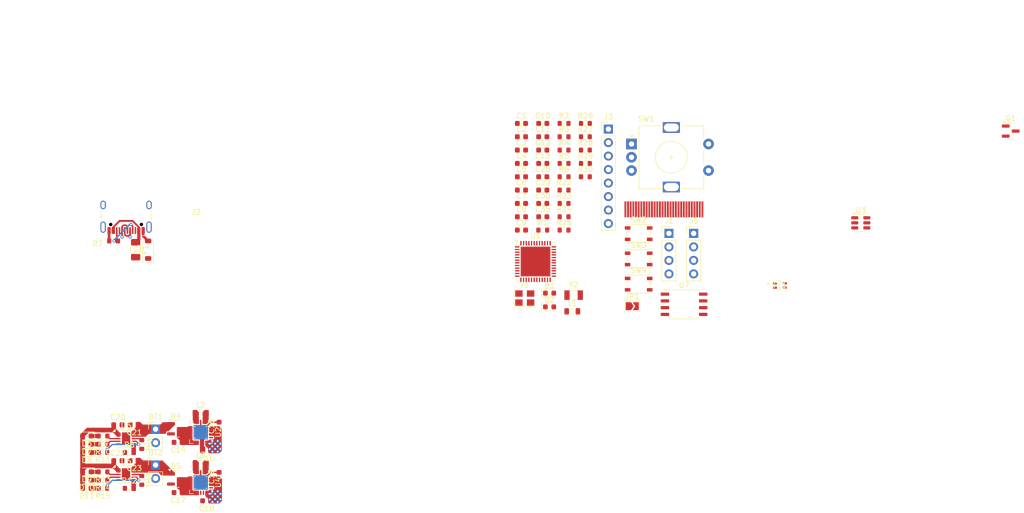
<source format=kicad_pcb>
(kicad_pcb (version 20240108) (generator "pcbnew") (generator_version "8.0")
  (layers (0 "F.Cu" signal) (1 "In1.Cu" signal) (2 "In2.Cu" signal) (31 "B.Cu" signal) (34 "B.Paste" user) (35 "F.Paste" user) (36 "B.SilkS" user "B.Silkscreen") (37 "F.SilkS" user "F.Silkscreen") (38 "B.Mask" user) (39 "F.Mask" user) (44 "Edge.Cuts" user))
  (net 0 "")
  (net 1 "GND")
  (net 2 "/USB_PWR/APP_BAT")
  (net 3 "+3V3")
  (net 4 "+3.3VA")
  (net 5 "/NRST")
  (net 6 "Net-(U1-VCAP_1)")
  (net 7 "/HSE_IN")
  (net 8 "Net-(C29-Pad1)")
  (net 9 "/LSE_IN")
  (net 10 "Net-(C35-Pad1)")
  (net 11 "/USB_PWR/BKUP_BAT")
  (net 12 "/VBAT")
  (net 13 "/USB_PWR/APP_PROG")
  (net 14 "/ENC_A")
  (net 15 "/ENC_B")
  (net 16 "/ENC_SW")
  (net 17 "+5V")
  (net 18 "/WKUP")
  (net 19 "Net-(D1-A)")
  (net 20 "/STATUS")
  (net 21 "Net-(D2-A)")
  (net 22 "Net-(D6-K)")
  (net 23 "Net-(D7-K)")
  (net 24 "Net-(D8-K)")
  (net 25 "Net-(D9-K)")
  (net 26 "Net-(F1-Pad1)")
  (net 27 "/USB_DN")
  (net 28 "Net-(FL1-Pad1)")
  (net 29 "/USB_DP")
  (net 30 "Net-(FL1-Pad4)")
  (net 31 "/SWCLK")
  (net 32 "/SWDIO")
  (net 34 "Net-(J2-D+-PadA6)")
  (net 38 "Net-(J2-D--PadA7)")
  (net 40 "/USB_SENS")
  (net 42 "/LCD_BL")
  (net 43 "/LCD_DC")
  (net 44 "/LCD_CLK")
  (net 45 "/LCD_NRST")
  (net 46 "/LCD_MOSI")
  (net 47 "/LCD_NCS")
  (net 48 "Net-(J4-Pin_21)")
  (net 54 "/I2C_LCD_SCL")
  (net 55 "/I2C_LCD_SDA")
  (net 56 "Net-(JP1-B)")
  (net 57 "Net-(L2-Pad1)")
  (net 58 "Net-(L2-Pad2)")
  (net 59 "Net-(L3-Pad2)")
  (net 60 "Net-(L3-Pad1)")
  (net 61 "Net-(Q1-B)")
  (net 62 "Net-(Q1-C)")
  (net 63 "/BOOT0")
  (net 64 "/HSE_OUT")
  (net 65 "/LSE_OUT")
  (net 66 "/USB_PWR/BKUP_PROG")
  (net 67 "/EC11_A")
  (net 68 "/EC11_B")
  (net 69 "/USB_PWR/APP_THERM")
  (net 70 "/USB_PWR/BKUP_THERM")
  (net 73 "/FLASH_CLK")
  (net 75 "/FLASH_NRST")
  (net 76 "/FLASH_NWP")
  (net 78 "/FLASH_MISO")
  (net 79 "/FLASH_NCS")
  (net 82 "/FLASH_MOSI")
  (net 83 "Net-(U5-STAT1)")
  (net 84 "Net-(U5-STAT2)")
  (net 85 "Net-(U5-~{PG})")
  (net 86 "Net-(U6-STAT1)")
  (net 87 "Net-(U6-STAT2)")
  (net 88 "Net-(U6-~{PG})")
  (net 91 "Net-(D10-K)")
  (net 92 "Net-(D11-K)")
  (net 93 "/USB_PWR/PVIN_APP")
  (net 94 "/USB_PWR/PVIN_BKUP")
  (footprint "Resistor_SMD:R_0603_1608Metric" (layer "F.Cu") (at 103.05375 206.6025 180)
    (property "Reference" "R15")
    (property "Value" "470")
  )
  (footprint "Capacitor_SMD:C_0603_1608Metric" (layer "F.Cu") (at 185.83125 145.4525)
    (property "Reference" "C13")
    (property "Value" "2u2")
  )
  (footprint "Capacitor_SMD:C_0603_1608Metric" (layer "F.Cu") (at 185.83125 137.9225)
    (property "Reference" "C10")
    (property "Value" "100n")
  )
  (footprint "Resistor_SMD:R_0603_1608Metric" (layer "F.Cu") (at 193.85125 140.4325)
    (property "Reference" "R27")
    (property "Value" "1k")
  )
  (footprint "Capacitor_SMD:C_0603_1608Metric" (layer "F.Cu") (at 124.90375 204.3775 90)
    (property "Reference" "C19")
    (property "Value" "22u")
  )
  (footprint "Capacitor_SMD:C_0603_1608Metric" (layer "F.Cu") (at 105.85375 194.6525)
    (property "Reference" "C20")
    (property "Value" "1u")
  )
  (footprint "Diode_SMD:D_SOD-123" (layer "F.Cu") (at 111.55375 161.6925 90)
    (property "Reference" "D3")
    (property "Value" "5v1")
  )
  (footprint "Marijn_KiCad:SOIC-8_W25QxJVS" (layer "F.Cu") (at 212.43125 171.9625)
    (property "Reference" "U7")
    (property "Value" "W25Q128JVS")
  )
  (footprint "Resistor_SMD:R_0603_1608Metric" (layer "F.Cu") (at 103.05375 203.5025 180)
    (property "Reference" "R13")
    (property "Value" "470")
  )
  (footprint "Connector_PinHeader_2.54mm:PinHeader_1x08_P2.54mm_Vertical" (layer "F.Cu") (at 198.18125 138.9925)
    (property "Reference" "J3")
    (property "Value" "LCD_MODULE")
  )
  (footprint "ACM2012_900_2P_T002:ACM2012_TDK" (layer "F.Cu") (at 230.46445 168.4313)
    (property "Reference" "FL1")
    (property "Value" "TDK ACM2012-900")
  )
  (footprint "Fuse:Fuse_1206_3216Metric" (layer "F.Cu") (at 109.20375 161.6925 -90)
    (property "Reference" "F1")
    (property "Value" "6V/2A")
  )
  (footprint "Button_Switch_SMD:SW_SPST_PTS810" (layer "F.Cu") (at 203.88125 158.6725)
    (property "Reference" "SW2")
    (property "Value" "BTN")
  )
  (footprint "Capacitor_SMD:C_0603_1608Metric" (layer "F.Cu") (at 185.83125 155.4925)
    (property "Reference" "C35")
    (property "Value" "12p")
  )
  (footprint "Custom:EC11E-Switch_No_MP" (layer "F.Cu") (at 91.98879 114.9425)
    (property "Reference" "REF**" (hide yes))
    (property "Value" "EC11E-Switch_No_MP")
  )
  (footprint "Marijn_KiCad:SMD_FPC30" (layer "F.Cu") (at 208.63125 154.0925)
    (property "Reference" "J4" (hide yes))
    (property "Value" "FPC 30")
  )
  (footprint "Capacitor_SMD:C_0603_1608Metric" (layer "F.Cu") (at 181.82125 140.4325)
    (property "Reference" "C2")
    (property "Value" "10n")
  )
  (footprint "LED_SMD:LED_0603_1608Metric" (layer "F.Cu") (at 100.00375 205.0525 180)
    (property "Reference" "D10")
    (property "Value" "STAT2")
  )
  (footprint "Capacitor_SMD:C_0603_1608Metric" (layer "F.Cu") (at 181.82125 150.4725)
    (property "Reference" "C6")
    (property "Value" "100n")
  )
  (footprint "Resistor_SMD:R_0603_1608Metric" (layer "F.Cu") (at 103.05375 205.0525 180)
    (property "Reference" "R14")
    (property "Value" "470")
  )
  (footprint "Capacitor_SMD:C_0603_1608Metric" (layer "F.Cu") (at 108.95375 194.6525 180)
    (property "Reference" "C21")
    (property "Value" "1u")
  )
  (footprint "Resistor_SMD:R_0603_1608Metric" (layer "F.Cu") (at 103.05375 198.3025 180)
    (property "Reference" "R10")
    (property "Value" "470")
  )
  (footprint "Capacitor_SMD:C_0603_1608Metric" (layer "F.Cu") (at 181.82125 152.9825)
    (property "Reference" "C7")
    (property "Value" "4u7")
  )
  (footprint "Connector_USB:USB_C_Receptacle_HCTL_HC-TYPE-C-16P-01A" (layer "F.Cu") (at 107.40375 154.3425 180)
    (property "Reference" "J2")
    (property "Value" "USB-C 16P")
  )
  (footprint "Inductor_SMD:L_0805_2012Metric" (layer "F.Cu") (at 121.45375 201.9025)
    (property "Reference" "L3")
    (property "Value" "1u")
  )
  (footprint "Resistor_SMD:R_0603_1608Metric" (layer "F.Cu") (at 103.05375 196.7525 180)
    (property "Reference" "R9")
    (property "Value" "470")
  )
  (footprint "Connector_PinHeader_2.54mm:PinHeader_1x04_P2.54mm_Vertical" (layer "F.Cu") (at 209.58125 158.6225)
    (property "Reference" "J1")
    (property "Value" "I2C_LCD")
  )
  (footprint "Connector_PinHeader_2.54mm:PinHeader_1x04_P2.54mm_Vertical" (layer "F.Cu") (at 214.23125 158.6225)
    (property "Reference" "J5")
    (property "Value" "JTAG")
  )
  (footprint "Capacitor_SMD:C_0603_1608Metric" (layer "F.Cu") (at 124.90375 194.9275 90)
    (property "Reference" "C15")
    (property "Value" "22u")
  )
  (footprint "Capacitor_SMD:C_0603_1608Metric" (layer "F.Cu") (at 122.57875 199.5025 180)
    (property "Reference" "C16")
    (property "Value" "22u")
  )
  (footprint "Crystal:Crystal_SMD_3225-4Pin_3.2x2.5mm" (layer "F.Cu") (at 182.44125 170.7925)
    (property "Reference" "Y1")
    (property "Value" "25MHz")
  )
  (footprint "Capacitor_SMD:C_0603_1608Metric" (layer "F.Cu") (at 181.82125 147.9625)
    (property "Reference" "C5")
    (property "Value" "100n")
  )
  (footprint "Resistor_SMD:R_0603_1608Metric" (layer "F.Cu") (at 189.84125 137.9225)
    (property "Reference" "R2")
    (property "Value" "10k")
  )
  (footprint "Capacitor_SMD:C_0603_1608Metric" (layer "F.Cu") (at 181.82125 155.4925)
    (property "Reference" "C8")
    (property "Value" "100n")
  )
  (footprint "Connector_PinHeader_2.54mm:PinHeader_1x02_P2.54mm_Vertical" (layer "F.Cu") (at 112.95375 195.4675)
    (property "Reference" "BT1")
    (property "Value" "APP")
  )
  (footprint "Capacitor_SMD:C_0603_1608Metric" (layer "F.Cu") (at 117.20375 197.9525 180)
    (property "Reference" "C14")
    (property "Value" "10u")
  )
  (footprint "Package_DFN_QFN:DFN-10-1EP_3x3mm_P0.5mm_EP1.58x2.35mm" (layer "F.Cu") (at 107.40375 197.2525)
    (property "Reference" "U5")
    (property "Value" "MCP73833")
  )
  (footprint "LED_SMD:LED_0603_1608Metric" (layer "F.Cu") (at 100.00375 198.3125 180)
    (property "Reference" "D7")
    (property "Value" "STAT2")
  )
  (footprint "Resistor_SMD:R_0603_1608Metric" (layer "F.Cu") (at 189.84125 152.9825)
    (property "Reference" "R23")
    (property "Value" "10k")
  )
  (footprint "Resistor_SMD:R_0603_1608Metric" (layer "F.Cu") (at 103.05375 199.8525 180)
    (property "Reference" "R11")
    (property "Value" "470")
  )
  (footprint "Resistor_SMD:R_0603_1608Metric" (layer "F.Cu") (at 110.35375 198.3525 -90)
    (property "Reference" "TH1")
    (property "Value" "10k")
  )
  (footprint "Button_Switch_SMD:SW_SPST_PTS810" (layer "F.Cu") (at 203.88125 168.1725)
    (property "Reference" "SW4")
    (property "Value" "BTN")
  )
  (footprint "Package_TO_SOT_SMD:SOT-23" (layer "F.Cu") (at 273.90625 139.3675)
    (property "Reference" "Q1")
    (property "Value" "S8050")
  )
  (footprint "LED_SMD:LED_0603_1608Metric" (layer "F.Cu") (at 187.11125 169.8625)
    (property "Reference" "D1")
    (property "Value" "STATUS")
  )
  (footprint "Package_TO_SOT_SMD:SOT-23" (layer "F.Cu") (at 116.79125 204.8525)
    (property "Reference" "D5")
    (property "Value" "BAT54C")
  )
  (footprint "LED_SMD:LED_0603_1608Metric" (layer "F.Cu") (at 100.00375 196.7525 180)
    (property "Reference" "D6")
    (property "Value" "STAT1")
  )
  (footprint "Capacitor_SMD:C_0603_1608Metric" (layer "F.Cu") (at 185.83125 152.9825)
    (property "Reference" "C30")
    (property "Value" "12p")
  )
  (footprint "Crystal:Crystal_SMD_3215-2Pin_3.2x1.5mm" (layer "F.Cu") (at 191.64125 170.2425)
    (property "Reference" "Y2")
    (property "Value" "32.768 KHz")
  )
  (footprint "Resistor_SMD:R_0603_1608Metric" (layer "F.Cu") (at 185.83125 158.0025)
    (property "Reference" "R1")
    (property "Value" "10k")
  )
  (footprint "Capacitor_SMD:C_0603_1608Metric" (layer "F.Cu") (at 181.82125 145.4525)
    (property "Reference" "C4")
    (property "Value" "100n")
  )
  (footprint "Inductor_SMD:L_0805_2012Metric" (layer "F.Cu") (at 121.45375 192.4525)
    (property "Reference" "L2")
    (property "Value" "1u")
  )
  (footprint "Capacitor_SMD:C_0603_1608Metric" (layer "F.Cu") (at 108.95375 201.4025 180)
    (property "Reference" "C23")
    (property "Value" "1u")
  )
  (footprint "Capacitor_SMD:C_0603_1608Metric" (layer "F.Cu") (at 117.20375 207.4025 180)
    (property "Reference" "C17")
    (property "Value" "10u")
  )
  (footprint "Capacitor_SMD:C_0603_1608Metric" (layer "F.Cu") (at 185.83125 142.9425)
    (property "Reference" "C12")
    (property "Value" "100n")
  )
  (footprint "LED_SMD:LED_0603_1608Metric" (layer "F.Cu") (at 100.00375 206.6025 180)
    (property "Reference" "D11")
    (property "Value" "PG")
  )
  (footprint "Package_DFN_QFN:QFN-20-1EP_4x4mm_P0.5mm_EP2.7x2.7mm_ThermalVias" (layer "F.Cu") (at 121.45375 196.0525 -90)
    (property "Reference" "U2")
    (property "Value" "ISL91127IR")
  )
  (footprint "Resistor_SMD:R_0603_1608Metric" (layer "F.Cu") (at 110.35375 205.1025 -90)
    (property "Reference" "TH2")
    (property "Value" "10k")
  )
  (footprint "Resistor_SMD:R_0603_1608Metric" (layer "F.Cu") (at 189.84125 150.4725)
    (property "Reference" "R22")
    (property "Value" "10k")
  )
  (footprint "Resistor_SMD:R_0603_1608Metric" (layer "F.Cu") (at 189.84125 145.4525)
    (property "Reference" "R5")
    (property "Value" "10k")
  )
  (footprint "Resistor_SMD:R_0603_1608Metric" (layer "F.Cu") (at 193.85125 145.4525)
    (property "Reference" "R29")
    (property "Value" "47")
  )
  (footprint "Resistor_SMD:R_0603_1608Metric" (layer "F.Cu") (at 189.84125 147.9625)
    (property "Reference" "R6")
    (property "Value" "10k")
  )
  (footprint "Jumper:SolderJumper-2_P1.3mm_Open_TrianglePad1.0x1.5mm" (layer "F.Cu") (at 202.68125 172.3225)
    (property "Reference" "JP1")
    (property "Value" "PWR_LED")
  )
  (footprint "Package_TO_SOT_SMD:SOT-23-6" (layer "F.Cu") (at 245.69125 156.6375)
    (property "Reference" "U3")
    (property "Value" "USBLC6-2SC6")
  )
  (footprint "Rotary_Encoder:RotaryEncoder_Alps_EC11E-Switch_Vertical_H20mm" (layer "F.Cu") (at 202.53125 141.7925)
    (property "Reference" "SW1")
    (property "Value" "EC11E15244G1")
  )
  (footprint "Resistor_SMD:R_0603_1608Metric" (layer "F.Cu") (at 193.85125 137.9225)
    (property "Reference" "R26")
    (property "Value" "10k")
  )
  (footprint "Button_Switch_SMD:SW_SPST_PTS810" (layer "F.Cu") (at 203.88125 163.4225)
    (property "Reference" "SW3")
    (property "Value" "BTN")
  )
  (footprint "Resistor_SMD:R_0603_1608Metric" (layer "F.Cu") (at 108.00375 206.6025)
    (property "Reference" "R12")
    (property "Value" "10k")
  )
  (footprint "Resistor_SMD:R_0603_1608Metric" (layer "F.Cu") (at 193.85125 147.9625)
    (property "Reference" "R30")
    (property "Value" "47")
  )
  (footprint "Inductor_SMD:L_0805_2012Metric" (layer "F.Cu") (at 191.39125 173.2925)
    (property "Reference" "L1")
    (property "Value" "10u")
  )
  (footprint "Resistor_SMD:R_0603_1608Metric" (layer "F.Cu") (at 189.84125 140.4325)
    (property "Reference" "R3")
    (property "Value" "10k")
  )
  (footprint "Package_TO_SOT_SMD:SOT-23" (layer "F.Cu") (at 116.79125 195.4025)
    (property "Reference" "D4")
    (property "Value" "BAT54C")
  )
  (footprint "Connector_PinHeader_2.54mm:PinHeader_1x02_P2.54mm_Vertical" (layer "F.Cu") (at 112.95375 202.2175)
    (property "Reference" "BT2")
    (property "Value" "BKUP")
  )
  (footprint "Resistor_SMD:R_0603_1608Metric" (layer "F.Cu") (at 189.84125 155.4925)
    (property "Reference" "R24")
    (property "Value" "1k")
  )
  (footprint "Package_DFN_QFN:DFN-10-1EP_3x3mm_P0.5mm_EP1.58x2.35mm" (layer "F.Cu") (at 107.40375 204.0025)
    (property "Reference" "U6")
    (property "Value" "MCP73833")
  )
  (footprint "Capacitor_SMD:C_0603_1608Metric" (layer "F.Cu") (at 181.82125 158.0025)
    (property "Reference" "C9")
    (property "Value" "10n")
  )
  (footprint "Resistor_SMD:R_0603_1608Metric" (layer "F.Cu") (at 108.00375 199.8525)
    (property "Reference" "R8")
    (property "Value" "10k")
  )
  (footprint "Capacitor_SMD:C_0603_1608Metric" (layer "F.Cu") (at 181.82125 137.9225)
    (property "Reference" "C1")
    (property "Value" "10n")
  )
  (footprint "Capacitor_SMD:C_0603_1608Metric" (layer "F.Cu") (at 181.82125 142.9425)
    (property "Reference" "C3")
    (property "Value" "100n")
  )
  (footprint "LED_SMD:LED_0603_1608Metric" (layer "F.Cu") (at 100.00375 199.8625 180)
    (property "Reference" "D8")
    (property "Value" "PG")
  )
  (footprint "LED_SMD:LED_0603_1608Metric" (layer "F.Cu") (at 100.00375 203.5025 180)
    (property "Reference" "D9")
    (property "Value" "STAT1")
  )
  (footprint "Resistor_SMD:R_0603_1608Metric" (layer "F.Cu") (at 189.84125 158.0025)
    (property "Reference" "R25")
    (property "Value" "5k1")
  )
  (footprint "Capacitor_SMD:C_0603_1608Metric" (layer "F.Cu") (at 185.83125 140.4325)
    (property "Reference" "C11")
    (property "Value" "4u7")
  )
  (footprint "Resistor_SMD:R_0603_1608Metric" (layer "F.Cu") (at 189.84125 142.9425)
    (property "Reference" "R4")
    (property "Value" "10k")
  )
  (footprint "Capacitor_SMD:C_0603_1608Metric" (layer "F.Cu") (at 185.83125 150.4725)
    (property "Reference" "C29")
    (property "Value" "12p")
  )
  (footprint "Capacitor_SMD:C_0603_1608Metric" (layer "F.Cu") (at 105.85375 201.4025)
    (property "Reference" "C22")
    (property "Value" "1u")
  )
  (footprint "Capacitor_SMD:C_0603_1608Metric" (layer "F.Cu") (at 122.57875 208.9525 180)
    (property "Reference" "C18")
    (property "Value" "22u")
  )
  (footprint "Resistor_SMD:R_0603_1608Metric" (layer "F.Cu") (at 193.85125 142.9425)
    (property "Reference" "R28")
    (property "Value" "8R2")
  )
  (footprint "LED_SMD:LED_0603_1608Metric" (layer "F.Cu") (at 187.11125 172.4525)
    (property "Reference" "D2")
    (property "Value" "PWR")
  )
  (footprint "Resistor_SMD:R_0603_1608Metric" (layer "F.Cu") (at 105.05375 160.0425)
    (property "Reference" "R7")
    (property "Value" "5k1")
  )
  (footprint "Capacitor_SMD:C_0603_1608Metric" (layer "F.Cu") (at 185.83125 147.9625)
    (property "Reference" "C28")
    (property "Value" "12p")
  )
  (footprint "Package_DFN_QFN:QFN-48-1EP_7x7mm_P0.5mm_EP5.6x5.6mm" (layer "F.Cu") (at 184.47125 163.9125)
    (property "Reference" "U1")
    (property "Value" "STM32F412CGUx")
  )
  (footprint "Package_DFN_QFN:QFN-20-1EP_4x4mm_P0.5mm_EP2.7x2.7mm_ThermalVias" (layer "F.Cu") (at 121.45375 205.5025 -90)
    (property "Reference" "U4")
    (property "Value" "ISL91127IR")
  )
  (segment (start 104.20375 160.0175) (end 104.22875 160.0425) (width 0.5) (layer "F.Cu") (net 1))
  (segment (start 110.60375 158.0875) (end 110.60375 159.0925) (width 0.5) (layer "F.Cu") (net 1))
  (segment (start 123.35375 194.1525) (end 124.90375 194.1525) (width 0.25) (layer "F.Cu") (net 1))
  (segment (start 121.45375 203.5525) (end 121.45375 205.5025) (width 0.25) (layer "F.Cu") (net 1))
  (segment (start 122.55375 204.4025) (end 123.35375 203.6025) (width 0.25) (layer "F.Cu") (net 1))
  (segment (start 104.20375 158.0875) (end 104.20375 160.0175) (width 0.5) (layer "F.Cu") (net 1))
  (segment (start 121.45375 196.0525) (end 123.35375 194.1525) (width 0.25) (layer "F.Cu") (net 1))
  (segment (start 123.35375 203.6025) (end 124.90375 203.6025) (width 0.25) (layer "F.Cu") (net 1))
  (segment (start 121.45375 194.1025) (end 121.45375 196.0525) (width 0.25) (layer "F.Cu") (net 1))
  (segment (start 110.60375 159.0925) (end 111.55375 160.0425) (width 0.5) (layer "F.Cu") (net 1))
  (via (at 124.65375 198.7025) (size 0.6) (drill 0.3) (layers "F.Cu" "B.Cu") (net 3))
  (via (at 124.15375 198.2025) (size 0.6) (drill 0.3) (layers "F.Cu" "B.Cu") (net 3))
  (via (at 123.65375 199.7025) (size 0.6) (drill 0.3) (layers "F.Cu" "B.Cu") (net 3))
  (via (at 125.15375 198.2025) (size 0.6) (drill 0.3) (layers "F.Cu" "B.Cu") (net 3))
  (via (at 124.15375 199.2025) (size 0.6) (drill 0.3) (layers "F.Cu" "B.Cu") (net 3))
  (via (at 123.65375 197.7025) (size 0.6) (drill 0.3) (layers "F.Cu" "B.Cu") (net 3))
  (via (at 123.65375 198.7025) (size 0.6) (drill 0.3) (layers "F.Cu" "B.Cu") (net 3))
  (via (at 125.15375 199.2025) (size 0.6) (drill 0.3) (layers "F.Cu" "B.Cu") (net 3))
  (via (at 124.65375 199.7025) (size 0.6) (drill 0.3) (layers "F.Cu" "B.Cu") (net 3))
  (via (at 123.15375 198.2025) (size 0.6) (drill 0.3) (layers "F.Cu" "B.Cu") (net 3))
  (via (at 123.15375 199.2025) (size 0.6) (drill 0.3) (layers "F.Cu" "B.Cu") (net 3))
  (via (at 124.65375 197.7025) (size 0.6) (drill 0.3) (layers "F.Cu" "B.Cu") (net 3))
  (via (at 124.15375 207.6525) (size 0.6) (drill 0.3) (layers "F.Cu" "B.Cu") (net 12))
  (via (at 123.15375 207.6525) (size 0.6) (drill 0.3) (layers "F.Cu" "B.Cu") (net 12))
  (via (at 123.65375 208.1525) (size 0.6) (drill 0.3) (layers "F.Cu" "B.Cu") (net 12))
  (via (at 125.15375 207.6525) (size 0.6) (drill 0.3) (layers "F.Cu" "B.Cu") (net 12))
  (via (at 123.65375 207.1525) (size 0.6) (drill 0.3) (layers "F.Cu" "B.Cu") (net 12))
  (via (at 124.65375 208.1525) (size 0.6) (drill 0.3) (layers "F.Cu" "B.Cu") (net 12))
  (via (at 125.15375 208.6525) (size 0.6) (drill 0.3) (layers "F.Cu" "B.Cu") (net 12))
  (via (at 124.15375 208.6525) (size 0.6) (drill 0.3) (layers "F.Cu" "B.Cu") (net 12))
  (via (at 124.65375 207.1525) (size 0.6) (drill 0.3) (layers "F.Cu" "B.Cu") (net 12))
  (via (at 124.65375 209.1525) (size 0.6) (drill 0.3) (layers "F.Cu" "B.Cu") (net 12))
  (via (at 123.15375 208.7025) (size 0.6) (drill 0.3) (layers "F.Cu" "B.Cu") (net 12))
  (via (at 123.65375 209.1525) (size 0.6) (drill 0.3) (layers "F.Cu" "B.Cu") (net 12))
  (segment (start 99.216249 196.7525) (end 99.216249 198.3125) (width 0.875) (layer "F.Cu") (net 17))
  (segment (start 99.216249 196.7525) (end 99.216249 196.63552) (width 0.875) (layer "F.Cu") (net 17))
  (segment (start 105.07875 201.4025) (end 105.07875 202.3525) (width 0.875) (layer "F.Cu") (net 17))
  (segment (start 99.216249 203.027501) (end 99.85375 202.39) (width 0.875) (layer "F.Cu") (net 17))
  (segment (start 99.85375 202.39) (end 105.11625 202.39) (width 0.875) (layer "F.Cu") (net 17))
  (segment (start 99.216249 206.6025) (end 99.216249 205.0525) (width 0.875) (layer "F.Cu") (net 17))
  (segment (start 99.216249 203.5025) (end 99.216249 203.027501) (width 0.875) (layer "F.Cu") (net 17))
  (segment (start 99.216249 196.63552) (end 100.211769 195.64) (width 0.875) (layer "F.Cu") (net 17))
  (segment (start 105.07875 195.6025) (end 105.11625 195.64) (width 0.875) (layer "F.Cu") (net 17))
  (segment (start 105.11625 195.64) (end 105.96625 196.49) (width 0.875) (layer "F.Cu") (net 17))
  (segment (start 100.211769 195.64) (end 105.11625 195.64) (width 0.875) (layer "F.Cu") (net 17))
  (segment (start 105.07875 194.6525) (end 105.07875 195.6025) (width 0.875) (layer "F.Cu") (net 17))
  (segment (start 99.216249 198.3125) (end 99.216249 199.8625) (width 0.875) (layer "F.Cu") (net 17))
  (segment (start 105.07875 202.3525) (end 105.11625 202.39) (width 0.875) (layer "F.Cu") (net 17))
  (segment (start 105.11625 202.39) (end 105.96625 203.24) (width 0.875) (layer "F.Cu") (net 17))
  (segment (start 99.216249 205.0525) (end 99.216249 203.5025) (width 0.875) (layer "F.Cu") (net 17))
  (segment (start 99.216249 199.8625) (end 99.216249 203.5025) (width 0.875) (layer "F.Cu") (net 17))
  (segment (start 102.22875 196.7525) (end 100.791251 196.7525) (width 0.8) (layer "F.Cu") (net 22))
  (segment (start 100.791251 198.3125) (end 102.21875 198.3125) (width 0.8) (layer "F.Cu") (net 23))
  (segment (start 102.21875 198.3125) (end 102.22875 198.3025) (width 0.8) (layer "F.Cu") (net 23))
  (segment (start 100.801251 199.8525) (end 100.791251 199.8625) (width 0.8) (layer "F.Cu") (net 24))
  (segment (start 102.22875 199.8525) (end 100.801251 199.8525) (width 0.8) (layer "F.Cu") (net 24))
  (segment (start 102.22875 203.5025) (end 100.791251 203.5025) (width 0.8) (layer "F.Cu") (net 25))
  (segment (start 109.80375 157.447449) (end 109.80375 158.0875) (width 0.35) (layer "F.Cu") (net 26))
  (segment (start 106.182843 156.269931) (end 108.626232 156.269931) (width 0.35) (layer "F.Cu") (net 26))
  (segment (start 105.00375 157.449024) (end 106.182843 156.269931) (width 0.35) (layer "F.Cu") (net 26))
  (segment (start 108.626232 156.269931) (end 109.80375 157.447449) (width 0.35) (layer "F.Cu") (net 26))
  (segment (start 109.80375 159.692501) (end 109.20375 160.292501) (width 0.6) (layer "F.Cu") (net 26))
  (segment (start 109.80375 158.0875) (end 109.80375 159.692501) (width 0.6) (layer "F.Cu") (net 26))
  (segment (start 105.00375 158.0875) (end 105.00375 157.449024) (width 0.35) (layer "F.Cu") (net 26))
  (segment (start 107.40687 157.0875) (end 107.65375 157.33438) (width 0.3) (layer "F.Cu") (net 34))
  (segment (start 106.90063 157.0875) (end 107.40687 157.0875) (width 0.3) (layer "F.Cu") (net 34))
  (segment (start 106.65375 157.33438) (end 106.90063 157.0875) (width 0.3) (layer "F.Cu") (net 34))
  (segment (start 106.65375 158.0875) (end 106.65375 159.2925) (width 0.3) (layer "F.Cu") (net 34))
  (segment (start 107.65375 157.33438) (end 107.65375 158.0875) (width 0.3) (layer "F.Cu") (net 34))
  (segment (start 106.65375 158.0875) (end 106.65375 157.33438) (width 0.3) (layer "F.Cu") (net 34))
  (via (at 106.65375 159.2925) (size 0.6) (drill 0.3) (layers "F.Cu" "B.Cu") (net 34))
  (segment (start 107.15375 158.84062) (end 107.15375 158.0875) (width 0.3) (layer "F.Cu") (net 38))
  (segment (start 108.15375 158.0875) (end 108.15375 159.2925) (width 0.3) (layer "F.Cu") (net 38))
  (segment (start 107.40063 159.0875) (end 107.15375 158.84062) (width 0.3) (layer "F.Cu") (net 38))
  (segment (start 107.90687 159.0875) (end 107.40063 159.0875) (width 0.3) (layer "F.Cu") (net 38))
  (segment (start 108.15375 158.84062) (end 107.90687 159.0875) (width 0.3) (layer "F.Cu") (net 38))
  (segment (start 108.15375 158.0875) (end 108.15375 158.84062) (width 0.3) (layer "F.Cu") (net 38))
  (via (at 108.15375 159.2925) (size 0.6) (drill 0.3) (layers "F.Cu" "B.Cu") (net 38))
  (segment (start 108.65375 158.087499) (end 108.65375 157.276658) (width 0.3) (layer "F.Cu") (net 40))
  (segment (start 105.65375 158.0875) (end 105.65375 159.8175) (width 0.3) (layer "F.Cu") (net 40))
  (segment (start 105.65375 159.8175) (end 105.87875 160.0425) (width 0.3) (layer "F.Cu") (net 40))
  (segment (start 105.87875 160.0425) (end 105.15375 160.0425) (width 0.5) (layer "F.Cu") (net 40))
  (segment (start 108.65375 157.276658) (end 108.322023 156.944931) (width 0.3) (layer "F.Cu") (net 40))
  (via (at 108.322023 156.944931) (size 0.6) (drill 0.3) (layers "F.Cu" "B.Cu") (net 40))
  (via (at 105.15375 160.0425) (size 0.6) (drill 0.3) (layers "F.Cu" "B.Cu") (net 40))
  (segment (start 108.322023 156.944931) (end 108.08208 156.944931) (width 0.3) (layer "B.Cu") (net 40))
  (segment (start 105.15375 159.873261) (end 105.15375 160.0425) (width 0.3) (layer "B.Cu") (net 40))
  (segment (start 108.08208 156.944931) (end 105.15375 159.873261) (width 0.3) (layer "B.Cu") (net 40))
  (segment (start 108.84125 197.2525) (end 110.07875 197.2525) (width 0.25) (layer "F.Cu") (net 69))
  (segment (start 110.07875 197.2525) (end 110.35375 197.5275) (width 0.25) (layer "F.Cu") (net 69))
  (segment (start 110.08875 204.0025) (end 110.35375 204.2675) (width 0.25) (layer "F.Cu") (net 70))
  (segment (start 108.84125 204.0025) (end 110.08875 204.0025) (width 0.25) (layer "F.Cu") (net 70))
  (segment (start 104.37875 197.2525) (end 103.87875 196.7525) (width 0.25) (layer "F.Cu") (net 83))
  (segment (start 105.96625 197.2525) (end 104.37875 197.2525) (width 0.25) (layer "F.Cu") (net 83))
  (segment (start 104.42875 197.7525) (end 103.87875 198.3025) (width 0.25) (layer "F.Cu") (net 84))
  (segment (start 105.96625 197.7525) (end 104.42875 197.7525) (width 0.25) (layer "F.Cu") (net 84))
  (segment (start 103.879331 199.2775) (end 103.879331 199.851919) (width 0.25) (layer "F.Cu") (net 85))
  (segment (start 103.879331 199.851919) (end 103.87875 199.8525) (width 0.25) (layer "F.Cu") (net 85))
  (segment (start 109.752908 198.201918) (end 109.752908 198.350167) (width 0.25) (layer "F.Cu") (net 85))
  (segment (start 109.30349 197.7525) (end 109.752908 198.201918) (width 0.25) (layer "F.Cu") (net 85))
  (segment (start 108.84125 197.7525) (end 109.30349 197.7525) (width 0.25) (layer "F.Cu") (net 85))
  (via (at 103.879331 199.2775) (size 0.6) (drill 0.3) (layers "F.Cu" "B.Cu") (net 85))
  (via (at 109.752908 198.350167) (size 0.6) (drill 0.3) (layers "F.Cu" "B.Cu") (net 85))
  (segment (start 104.806664 198.350167) (end 109.752908 198.350167) (width 0.25) (layer "B.Cu") (net 85))
  (segment (start 103.879331 199.2775) (end 104.806664 198.350167) (width 0.25) (layer "B.Cu") (net 85))
  (segment (start 103.87875 203.5025) (end 104.37875 204.0025) (width 0.25) (layer "F.Cu") (net 86))
  (segment (start 104.37875 204.0025) (end 105.96625 204.0025) (width 0.25) (layer "F.Cu") (net 86))
  (segment (start 105.96625 204.5025) (end 104.42875 204.5025) (width 0.25) (layer "F.Cu") (net 87))
  (segment (start 104.42875 204.5025) (end 103.87875 205.0525) (width 0.25) (layer "F.Cu") (net 87))
  (segment (start 103.890203 206.0275) (end 103.890203 206.591047) (width 0.25) (layer "F.Cu") (net 88))
  (segment (start 109.30349 204.5025) (end 109.752908 204.951918) (width 0.25) (layer "F.Cu") (net 88))
  (segment (start 109.752908 204.951918) (end 109.752908 205.100167) (width 0.25) (layer "F.Cu") (net 88))
  (segment (start 108.84125 204.5025) (end 109.30349 204.5025) (width 0.25) (layer "F.Cu") (net 88))
  (segment (start 103.890203 206.591047) (end 103.87875 206.6025) (width 0.25) (layer "F.Cu") (net 88))
  (via (at 103.890203 206.0275) (size 0.6) (drill 0.3) (layers "F.Cu" "B.Cu") (net 88))
  (via (at 109.752908 205.100167) (size 0.6) (drill 0.3) (layers "F.Cu" "B.Cu") (net 88))
  (segment (start 109.752908 205.100167) (end 104.817536 205.100167) (width 0.25) (layer "B.Cu") (net 88))
  (segment (start 104.817536 205.100167) (end 103.890203 206.0275) (width 0.25) (layer "B.Cu") (net 88))
  (segment (start 100.791251 205.0525) (end 102.22875 205.0525) (width 0.8) (layer "F.Cu") (net 91))
  (segment (start 102.22875 206.6025) (end 100.791251 206.6025) (width 0.8) (layer "F.Cu") (net 92))
  (zone (net 2) (net_name "/USB_PWR/APP_BAT") (layer "F.Cu") (priority 4) (connect_pads yes (clearance 0.15)) (min_thickness 0.25) (fill yes (thermal_gap 0.5) (thermal_bridge_width 0.5))
    (polygon (pts (xy 108.406425 196.903034) (xy 111.093925 196.903034) (xy 111.666842 196.353034) (xy 114.905066 196.3525) (xy 116.60375 194.653034) (xy 116.60375 194.253034) (xy 116.50375 194.153034) (xy 114.30375 194.153034) (xy 113.856425 194.603034) (xy 110.556425 194.603034) (xy 110.056425 194.103034) (xy 109.356425 194.103034) (xy 109.206425 194.253034) (xy 109.206425 195.153034) (xy 108.406425 195.953034)))
  )
  (zone (net 58) (net_name "Net-(L2-Pad2)") (layer "F.Cu") (priority 1) (connect_pads yes (clearance 0.15)) (min_thickness 0.25) (fill yes (thermal_gap 0.5) (thermal_bridge_width 0.5))
    (polygon (pts (xy 121.80375 194.5025) (xy 121.80375 192.2525) (xy 122.20375 191.8525) (xy 122.85375 191.8525) (xy 122.95375 191.9525) (xy 122.95375 194.1525) (xy 122.60375 194.5025) (xy 122.60375 194.5025)))
  )
  (zone (net 59) (net_name "Net-(L3-Pad2)") (layer "F.Cu") (priority 1) (connect_pads yes (clearance 0.15)) (min_thickness 0.25) (fill yes (thermal_gap 0.5) (thermal_bridge_width 0.5))
    (polygon (pts (xy 121.80375 203.9525) (xy 121.80375 201.7025) (xy 122.20375 201.3025) (xy 122.85375 201.3025) (xy 122.95375 201.4025) (xy 122.95375 203.6025) (xy 122.60375 203.9525)))
  )
  (zone (net 11) (net_name "/USB_PWR/BKUP_BAT") (layer "F.Cu") (priority 4) (connect_pads yes (clearance 0.15)) (min_thickness 0.25) (fill yes (thermal_gap 0.5) (thermal_bridge_width 0.5))
    (polygon (pts (xy 108.40375 203.6525) (xy 111.104498 203.6525) (xy 111.104498 203.6525) (xy 113.50375 203.6525) (xy 114.05375 204.2025) (xy 116.50375 204.2025) (xy 116.60375 204.1025) (xy 116.60375 203.7025) (xy 114.25375 201.3525) (xy 110.55375 201.3525) (xy 110.05375 200.8525) (xy 109.35375 200.8525) (xy 109.20375 201.0025) (xy 109.20375 201.9025) (xy 108.40375 202.7025)))
  )
  (zone (net 1) (net_name "GND") (layer "F.Cu") (priority 2) (connect_pads yes (clearance 0.15)) (min_thickness 0.25) (fill yes (thermal_gap 0.5) (thermal_bridge_width 0.5))
    (polygon (pts (xy 121.30375 197.3525) (xy 121.30375 199.8525) (xy 121.45375 200.0025) (xy 122.15375 200.0025) (xy 122.30375 199.8525) (xy 122.30375 198.8025) (xy 122.10375 198.6025) (xy 122.10375 197.3525)))
  )
  (zone (net 3) (net_name "+3V3") (layer "F.Cu") (priority 5) (connect_pads yes (clearance 0.15)) (min_thickness 0.25) (fill yes (thermal_gap 0.5) (thermal_bridge_width 0.5))
    (polygon (pts (xy 122.30375 197.6025) (xy 122.30375 198.6025) (xy 122.85375 199.1525) (xy 122.85375 199.8525) (xy 123.00375 200.0025) (xy 124.95375 200.0025) (xy 125.40375 199.5525) (xy 125.40375 195.3525) (xy 124.95375 194.9025) (xy 123.00375 194.9025) (xy 123.00375 196.7025) (xy 123.85375 196.7025) (xy 124.00375 196.8525) (xy 124.00375 197.2525) (xy 123.85375 197.4025) (xy 123.00375 197.4025) (xy 123.00375 197.5025) (xy 122.90375 197.6025)))
  )
  (zone (net 12) (net_name "/VBAT") (layer "F.Cu") (priority 5) (connect_pads yes (clearance 0.15)) (min_thickness 0.25) (fill yes (thermal_gap 0.5) (thermal_bridge_width 0.5))
    (polygon (pts (xy 122.30375 207.0525) (xy 122.30375 208.0525) (xy 122.85375 208.6025) (xy 122.85375 209.3025) (xy 123.00375 209.4525) (xy 124.95375 209.4525) (xy 125.45375 208.9525) (xy 125.45375 204.8525) (xy 124.95375 204.3525) (xy 123.00375 204.3525) (xy 123.00375 206.1525) (xy 123.85375 206.1525) (xy 124.00375 206.3025) (xy 124.00375 206.7025) (xy 123.85375 206.8525) (xy 123.00375 206.8525) (xy 123.00375 206.9525) (xy 122.90375 207.0525)))
  )
  (zone (net 60) (net_name "Net-(L3-Pad1)") (layer "F.Cu") (priority 1) (connect_pads yes (clearance 0.15)) (min_thickness 0.25) (fill yes (thermal_gap 0.5) (thermal_bridge_width 0.5))
    (polygon (pts (xy 121.10375 203.9525) (xy 121.10375 201.7025) (xy 120.70375 201.3025) (xy 120.05375 201.3025) (xy 119.95375 201.4025) (xy 119.95375 203.6025) (xy 120.30375 203.9525)))
  )
  (zone (net 57) (net_name "Net-(L2-Pad1)") (layer "F.Cu") (priority 1) (connect_pads yes (clearance 0.15)) (min_thickness 0.25) (fill yes (thermal_gap 0.5) (thermal_bridge_width 0.5))
    (polygon (pts (xy 121.10375 194.5025) (xy 121.10375 192.2525) (xy 120.70375 191.8525) (xy 120.05375 191.8525) (xy 119.95375 191.9525) (xy 119.95375 194.1525) (xy 120.30375 194.5025)))
  )
  (zone (net 66) (net_name "/USB_PWR/BKUP_PROG") (layer "F.Cu") (priority 3) (connect_pads yes (clearance 0.15)) (min_thickness 0.25) (fill yes (thermal_gap 0.5) (thermal_bridge_width 0.5))
    (polygon (pts (xy 108.40375 204.8425) (xy 109.25375 204.8425) (xy 109.25375 207.0925) (xy 108.40375 207.0925)))
  )
  (zone (net 13) (net_name "/USB_PWR/APP_PROG") (layer "F.Cu") (priority 3) (connect_pads yes (clearance 0.15)) (min_thickness 0.25) (fill yes (thermal_gap 0.5) (thermal_bridge_width 0.5))
    (polygon (pts (xy 108.40375 198.0925) (xy 109.25375 198.0925) (xy 109.25375 200.3425) (xy 108.40375 200.3425)))
  )
  (zone (net 94) (net_name "/USB_PWR/PVIN_BKUP") (layer "F.Cu") (connect_pads yes (clearance 0.15)) (min_thickness 0.25) (fill yes (thermal_gap 0.5) (thermal_bridge_width 0.5))
    (polygon (pts (xy 119.90375 204.3525) (xy 119.10375 204.3525) (xy 118.95375 204.5025) (xy 117.10375 204.5025) (xy 116.95375 204.6525) (xy 116.95375 206.5025) (xy 117.50375 207.0525) (xy 117.50375 207.7525) (xy 117.65375 207.9025) (xy 121.10375 207.9025) (xy 121.10375 207.0525) (xy 120.00375 207.0525) (xy 119.90375 206.9525)))
  )
  (zone (net 93) (net_name "/USB_PWR/PVIN_APP") (layer "F.Cu") (connect_pads yes (clearance 0.15)) (min_thickness 0.25) (fill yes (thermal_gap 0.5) (thermal_bridge_width 0.5))
    (polygon (pts (xy 119.90375 194.9025) (xy 119.10375 194.9025) (xy 118.95375 195.0525) (xy 117.10375 195.0525) (xy 116.95375 195.2025) (xy 116.95375 197.0525) (xy 117.50375 197.6025) (xy 117.50375 198.3025) (xy 117.65375 198.4525) (xy 121.10375 198.4525) (xy 121.10375 197.6025) (xy 120.00375 197.6025) (xy 119.90375 197.5025)))
  )
)
</source>
